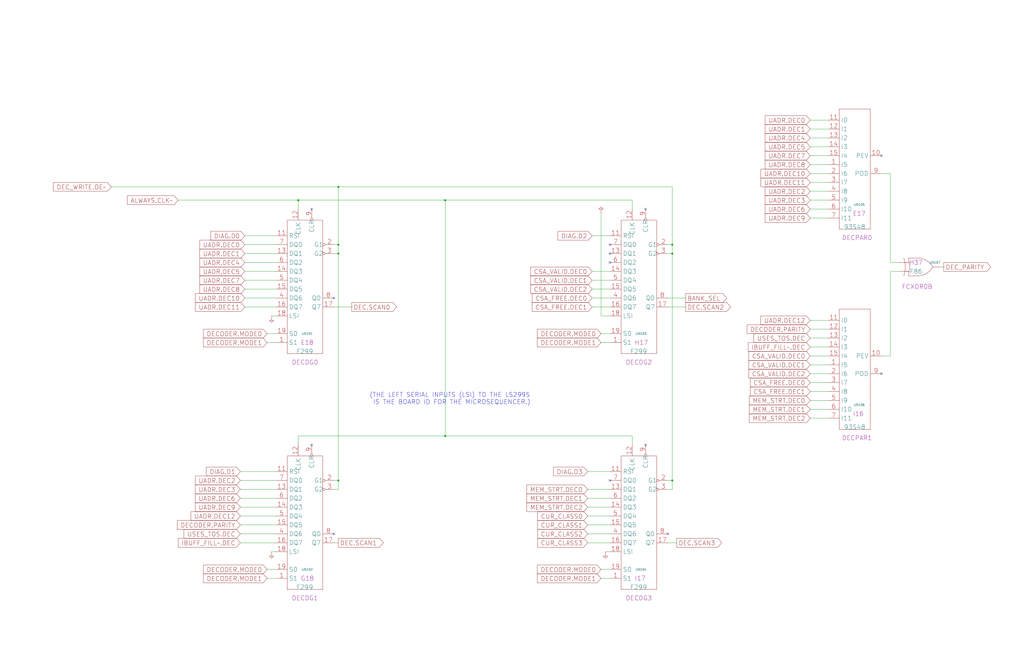
<source format=kicad_sch>
(kicad_sch (version 20230121) (generator eeschema)
  (paper "User" 584.2 378.46)
  (title_block (title "DIAGNOSTIC DECODER INPUT") (date "22-MAY-90") (rev "1.0") (comment 1 "SEQUENCER") (comment 2 "232-003064") (comment 3 "S400") (comment 4 "RELEASED"))
  (lib_symbols
    (symbol "r1000:93S48" (pin_names (offset 1.016))
      (property "Reference" "U" (at 2.54 5.08 0))
      (property "Value" "93S48" (at -6.35 -7.62 0))
      (property "Location" "___" (at -1.27 0 0))
      (property "Name" "______" (at 1.27 -15.24 0))
      (symbol "93S48_1_1"
        (rectangle (start -8.89 59.69) (end 8.89 -8.89))
        (pin input line (at -15.24 27.94 0) (length 6.35) (name "I5") (number "1"))
        (pin output line (at 15.24 33.02 180) (length 6.35) (name "PEV") (number "10"))
        (pin input line (at -15.24 53.34 0) (length 6.35) (name "I0") (number "11"))
        (pin input line (at -15.24 48.26 0) (length 6.35) (name "I1") (number "12"))
        (pin input line (at -15.24 43.18 0) (length 6.35) (name "I2") (number "13"))
        (pin input line (at -15.24 38.1 0) (length 6.35) (name "I3") (number "14"))
        (pin input line (at -15.24 33.02 0) (length 6.35) (name "I4") (number "15"))
        (pin input line (at -15.24 22.86 0) (length 6.35) (name "I6") (number "2"))
        (pin input line (at -15.24 17.78 0) (length 6.35) (name "I7") (number "3"))
        (pin input line (at -15.24 12.7 0) (length 6.35) (name "I8") (number "4"))
        (pin input line (at -15.24 7.62 0) (length 6.35) (name "I9") (number "5"))
        (pin input line (at -15.24 2.54 0) (length 6.35) (name "I10") (number "6"))
        (pin input line (at -15.24 -2.54 0) (length 6.35) (name "I11") (number "7"))
        (pin output line (at 15.24 22.86 180) (length 6.35) (name "POD") (number "9"))
      )
    )
    (symbol "r1000:F299" (pin_names (offset 1.016))
      (property "Reference" "U" (at 2.54 5.08 0))
      (property "Value" "F299" (at -3.81 -5.08 0))
      (property "Location" "___" (at -1.27 0 0))
      (property "Name" "______" (at 1.27 -12.7 0))
      (symbol "F299_1_1"
        (rectangle (start -8.89 69.85) (end 11.43 -6.35))
        (circle (center 5.08 70.485) (radius 0.635))
        (circle (center 12.065 50.8) (radius 0.635))
        (circle (center 12.065 55.88) (radius 0.635))
        (pin input line (at -15.24 0 0) (length 6.35) (name "S1") (number "1"))
        (pin input line (at -15.24 60.96 0) (length 6.35) (name "RSI") (number "11"))
        (pin input line (at -2.54 76.2 270) (length 6.35) (name "CLK") (number "12"))
        (pin bidirectional line (at -15.24 50.8 0) (length 6.35) (name "DQ1") (number "13"))
        (pin bidirectional line (at -15.24 40.64 0) (length 6.35) (name "DQ3") (number "14"))
        (pin bidirectional line (at -15.24 30.48 0) (length 6.35) (name "DQ5") (number "15"))
        (pin bidirectional line (at -15.24 20.32 0) (length 6.35) (name "DQ7") (number "16"))
        (pin output line (at 17.78 20.32 180) (length 6.35) (name "Q7") (number "17"))
        (pin input line (at -15.24 15.24 0) (length 6.35) (name "LSI") (number "18"))
        (pin input line (at -15.24 5.08 0) (length 6.35) (name "S0") (number "19"))
        (pin input line (at 17.78 55.88 180) (length 5.08) (name "G1") (number "2"))
        (pin input line (at 17.78 50.8 180) (length 5.08) (name "G2") (number "3"))
        (pin bidirectional line (at -15.24 25.4 0) (length 6.35) (name "DQ6") (number "4"))
        (pin bidirectional line (at -15.24 35.56 0) (length 6.35) (name "DQ4") (number "5"))
        (pin bidirectional line (at -15.24 45.72 0) (length 6.35) (name "DQ2") (number "6"))
        (pin bidirectional line (at -15.24 55.88 0) (length 6.35) (name "DQ0") (number "7"))
        (pin output line (at 17.78 25.4 180) (length 6.35) (name "Q0") (number "8"))
        (pin input line (at 5.08 76.2 270) (length 5.08) (name "CLR") (number "9"))
      )
    )
    (symbol "r1000:F86" (pin_numbers hide) (pin_names hide)
      (property "Reference" "U" (at 12.7 2.54 0))
      (property "Value" "F86" (at 1.905 -2.54 0))
      (property "Location" "___" (at 1.905 2.54 0))
      (property "Name" "______" (at 2.54 -12.7 0))
      (symbol "F86_0_0"
        (arc (start -5.0873 -5.08) (mid -4.2626 0) (end -5.0873 5.08) (stroke (width 0.1524)))
        (arc (start -2.5473 -5.08) (mid -1.7226 0) (end -2.5473 5.08) (stroke (width 0.1524)))
        (polyline (pts (xy -2.54 -5.08) (xy 3.81 -5.08)) (stroke (width 0.1524)))
        (polyline (pts (xy -2.54 5.08) (xy 3.81 5.08)) (stroke (width 0.1524)))
        (arc (start 3.81 -5.08) (mid 8.2204 -3.4405) (end 11.43 0) (stroke (width 0.1524)))
        (arc (start 11.43 0) (mid 8.2216 3.4424) (end 3.81 5.08) (stroke (width 0.1524)))
      )
      (symbol "F86_0_1"
        (polyline (pts (xy -3.81 -2.54) (xy -1.905 -2.54)) (stroke (width 0.1524)))
        (polyline (pts (xy -3.81 2.54) (xy -1.905 2.54)) (stroke (width 0.1524)))
        (polyline (pts (xy 12.7 0) (xy 11.43 0)) (stroke (width 0.1524)))
      )
      (symbol "F86_1_1"
        (pin input line (at -7.62 2.54 0) (length 5.08) (name "D0") (number "1"))
        (pin input line (at -7.62 -2.54 0) (length 5.08) (name "D1") (number "2"))
        (pin output line (at 15.24 0 180) (length 2.54) (name "Q") (number "3"))
      )
    )
    (symbol "r1000:PD" (power) (pin_numbers hide) (pin_names hide) (in_bom no)
      (symbol "PD_0_1"
        (polyline (pts (xy 0 -2.54) (xy 1.27 -2.54) (xy 0 -3.81) (xy -1.27 -2.54) (xy 0 -2.54)) (stroke (width 0.1524)))
      )
      (symbol "PD_1_1"
        (pin power_in line (at 0 0 270) (length 2.54) (name "PD") (number "1"))
      )
    )
    (symbol "r1000:PU" (power) (pin_numbers hide) (pin_names hide)
      (symbol "PU_0_1"
        (polyline (pts (xy 0 2.54) (xy -1.27 2.54) (xy 0 3.81) (xy 1.27 2.54) (xy 0 2.54)) (stroke (width 0.1524)))
      )
      (symbol "PU_1_1"
        (pin power_in line (at 0 0 90) (length 2.54) (name "PU") (number "1"))
      )
    )
  )
  (junction (at 383.54 139.7))
  (junction (at 170.18 114.3))
  (junction (at 193.04 106.68))
  (junction (at 193.04 274.32))
  (junction (at 193.04 139.7))
  (junction (at 254 114.3))
  (junction (at 254 248.92))
  (junction (at 193.04 144.78))
  (junction (at 383.54 274.32))
  (junction (at 383.54 144.78))
  (no_connect (at 347.98 144.78))
  (no_connect (at 381 304.8))
  (no_connect (at 368.3 119.38))
  (no_connect (at 177.8 119.38))
  (no_connect (at 502.92 88.9))
  (no_connect (at 190.5 170.18))
  (no_connect (at 347.98 149.86))
  (no_connect (at 347.98 274.32))
  (no_connect (at 177.8 254))
  (no_connect (at 368.3 254))
  (no_connect (at 347.98 139.7))
  (no_connect (at 190.5 304.8))
  (no_connect (at 502.92 213.36))
  (wire (pts (xy 154.94 314.96) (xy 157.48 314.96)))
  (wire (pts (xy 462.28 114.3) (xy 472.44 114.3)))
  (wire (pts (xy 139.7 165.1) (xy 157.48 165.1)))
  (wire (pts (xy 462.28 124.46) (xy 472.44 124.46)))
  (wire (pts (xy 381 309.88) (xy 386.08 309.88)))
  (wire (pts (xy 342.9 121.92) (xy 342.9 180.34)))
  (wire (pts (xy 193.04 279.4) (xy 190.5 279.4)))
  (wire (pts (xy 335.28 269.24) (xy 347.98 269.24)))
  (wire (pts (xy 342.9 330.2) (xy 347.98 330.2)))
  (wire (pts (xy 508 203.2) (xy 508 154.94)))
  (wire (pts (xy 462.28 88.9) (xy 472.44 88.9)))
  (wire (pts (xy 154.94 180.34) (xy 157.48 180.34)))
  (wire (pts (xy 502.92 99.06) (xy 508 99.06)))
  (wire (pts (xy 383.54 139.7) (xy 383.54 106.68)))
  (wire (pts (xy 139.7 144.78) (xy 157.48 144.78)))
  (wire (pts (xy 193.04 106.68) (xy 193.04 139.7)))
  (wire (pts (xy 462.28 104.14) (xy 472.44 104.14)))
  (wire (pts (xy 139.7 154.94) (xy 157.48 154.94)))
  (wire (pts (xy 383.54 144.78) (xy 383.54 139.7)))
  (wire (pts (xy 337.82 134.62) (xy 347.98 134.62)))
  (wire (pts (xy 137.16 269.24) (xy 157.48 269.24)))
  (wire (pts (xy 462.28 78.74) (xy 472.44 78.74)))
  (wire (pts (xy 462.28 83.82) (xy 472.44 83.82)))
  (wire (pts (xy 508 154.94) (xy 513.08 154.94)))
  (wire (pts (xy 254 114.3) (xy 254 248.92)))
  (wire (pts (xy 190.5 144.78) (xy 193.04 144.78)))
  (wire (pts (xy 193.04 144.78) (xy 193.04 274.32)))
  (wire (pts (xy 462.28 228.6) (xy 472.44 228.6)))
  (wire (pts (xy 335.28 279.4) (xy 347.98 279.4)))
  (wire (pts (xy 170.18 114.3) (xy 254 114.3)))
  (wire (pts (xy 335.28 294.64) (xy 347.98 294.64)))
  (wire (pts (xy 337.82 154.94) (xy 347.98 154.94)))
  (wire (pts (xy 337.82 160.02) (xy 347.98 160.02)))
  (wire (pts (xy 535.94 152.4) (xy 538.48 152.4)))
  (wire (pts (xy 170.18 254) (xy 170.18 248.92)))
  (wire (pts (xy 342.9 195.58) (xy 347.98 195.58)))
  (wire (pts (xy 139.7 170.18) (xy 157.48 170.18)))
  (wire (pts (xy 347.98 180.34) (xy 342.9 180.34)))
  (wire (pts (xy 462.28 187.96) (xy 472.44 187.96)))
  (wire (pts (xy 342.9 325.12) (xy 347.98 325.12)))
  (wire (pts (xy 137.16 309.88) (xy 157.48 309.88)))
  (wire (pts (xy 335.28 284.48) (xy 347.98 284.48)))
  (wire (pts (xy 152.4 325.12) (xy 157.48 325.12)))
  (wire (pts (xy 335.28 309.88) (xy 347.98 309.88)))
  (wire (pts (xy 508 149.86) (xy 513.08 149.86)))
  (wire (pts (xy 462.28 213.36) (xy 472.44 213.36)))
  (wire (pts (xy 381 175.26) (xy 391.16 175.26)))
  (wire (pts (xy 101.6 114.3) (xy 170.18 114.3)))
  (wire (pts (xy 139.7 134.62) (xy 157.48 134.62)))
  (wire (pts (xy 342.9 190.5) (xy 347.98 190.5)))
  (wire (pts (xy 462.28 73.66) (xy 472.44 73.66)))
  (wire (pts (xy 190.5 274.32) (xy 193.04 274.32)))
  (wire (pts (xy 193.04 106.68) (xy 383.54 106.68)))
  (wire (pts (xy 381 144.78) (xy 383.54 144.78)))
  (wire (pts (xy 137.16 299.72) (xy 157.48 299.72)))
  (wire (pts (xy 254 114.3) (xy 360.68 114.3)))
  (wire (pts (xy 137.16 294.64) (xy 157.48 294.64)))
  (wire (pts (xy 462.28 198.12) (xy 472.44 198.12)))
  (wire (pts (xy 508 99.06) (xy 508 149.86)))
  (wire (pts (xy 137.16 274.32) (xy 157.48 274.32)))
  (wire (pts (xy 502.92 203.2) (xy 508 203.2)))
  (wire (pts (xy 462.28 93.98) (xy 472.44 93.98)))
  (wire (pts (xy 193.04 139.7) (xy 193.04 144.78)))
  (wire (pts (xy 462.28 182.88) (xy 472.44 182.88)))
  (wire (pts (xy 335.28 289.56) (xy 347.98 289.56)))
  (wire (pts (xy 337.82 175.26) (xy 347.98 175.26)))
  (wire (pts (xy 360.68 248.92) (xy 360.68 254)))
  (wire (pts (xy 462.28 218.44) (xy 472.44 218.44)))
  (wire (pts (xy 462.28 208.28) (xy 472.44 208.28)))
  (wire (pts (xy 462.28 68.58) (xy 472.44 68.58)))
  (wire (pts (xy 137.16 279.4) (xy 157.48 279.4)))
  (wire (pts (xy 190.5 175.26) (xy 200.66 175.26)))
  (wire (pts (xy 462.28 238.76) (xy 472.44 238.76)))
  (wire (pts (xy 139.7 160.02) (xy 157.48 160.02)))
  (wire (pts (xy 381 139.7) (xy 383.54 139.7)))
  (wire (pts (xy 193.04 274.32) (xy 193.04 279.4)))
  (wire (pts (xy 462.28 99.06) (xy 472.44 99.06)))
  (wire (pts (xy 462.28 223.52) (xy 472.44 223.52)))
  (wire (pts (xy 139.7 175.26) (xy 157.48 175.26)))
  (wire (pts (xy 137.16 304.8) (xy 157.48 304.8)))
  (wire (pts (xy 137.16 284.48) (xy 157.48 284.48)))
  (wire (pts (xy 337.82 165.1) (xy 347.98 165.1)))
  (wire (pts (xy 139.7 149.86) (xy 157.48 149.86)))
  (wire (pts (xy 335.28 299.72) (xy 347.98 299.72)))
  (wire (pts (xy 462.28 119.38) (xy 472.44 119.38)))
  (wire (pts (xy 152.4 330.2) (xy 157.48 330.2)))
  (wire (pts (xy 383.54 274.32) (xy 383.54 144.78)))
  (wire (pts (xy 381 170.18) (xy 391.16 170.18)))
  (wire (pts (xy 152.4 190.5) (xy 157.48 190.5)))
  (wire (pts (xy 190.5 139.7) (xy 193.04 139.7)))
  (wire (pts (xy 381 279.4) (xy 383.54 279.4)))
  (wire (pts (xy 337.82 170.18) (xy 347.98 170.18)))
  (wire (pts (xy 137.16 289.56) (xy 157.48 289.56)))
  (wire (pts (xy 462.28 233.68) (xy 472.44 233.68)))
  (wire (pts (xy 345.44 314.96) (xy 347.98 314.96)))
  (wire (pts (xy 462.28 203.2) (xy 472.44 203.2)))
  (wire (pts (xy 190.5 309.88) (xy 193.04 309.88)))
  (wire (pts (xy 462.28 109.22) (xy 472.44 109.22)))
  (wire (pts (xy 381 274.32) (xy 383.54 274.32)))
  (wire (pts (xy 360.68 119.38) (xy 360.68 114.3)))
  (wire (pts (xy 383.54 279.4) (xy 383.54 274.32)))
  (wire (pts (xy 152.4 195.58) (xy 157.48 195.58)))
  (wire (pts (xy 170.18 248.92) (xy 254 248.92)))
  (wire (pts (xy 254 248.92) (xy 360.68 248.92)))
  (wire (pts (xy 335.28 304.8) (xy 347.98 304.8)))
  (wire (pts (xy 462.28 193.04) (xy 472.44 193.04)))
  (wire (pts (xy 63.5 106.68) (xy 193.04 106.68)))
  (wire (pts (xy 170.18 114.3) (xy 170.18 119.38)))
  (wire (pts (xy 139.7 139.7) (xy 157.48 139.7)))
  (text "(THE LEFT SERIAL INPUTS (LSI) TO THE LS299S\n IS THE BOARD ID FOR THE MICROSEQUENCER.)" (at 210.82 231.14 0) (effects (font (size 2.54 2.54)) (justify left bottom)))
  (global_label "DECODER.MODE0" (shape input) (at 152.4 190.5 180) (effects (font (size 2.54 2.54))) (property "Intersheetrefs" "${INTERSHEET_REFS}" (at 116.1264 190.3413 0) (effects (font (size 1.905 1.905)) (justify right))))
  (global_label "ALWAYS.CLK~" (shape input) (at 101.6 114.3 180) (effects (font (size 2.54 2.54))) (property "Intersheetrefs" "${INTERSHEET_REFS}" (at 66.5359 114.1413 0) (effects (font (size 1.905 1.905)) (justify right))))
  (global_label "UADR.DEC1" (shape input) (at 462.28 73.66 180) (effects (font (size 2.54 2.54))) (property "Intersheetrefs" "${INTERSHEET_REFS}" (at 436.5292 73.5013 0) (effects (font (size 1.905 1.905)) (justify right))))
  (global_label "UADR.DEC12" (shape input) (at 462.28 182.88 180) (effects (font (size 2.54 2.54))) (property "Intersheetrefs" "${INTERSHEET_REFS}" (at 434.1102 182.7213 0) (effects (font (size 1.905 1.905)) (justify right))))
  (global_label "DEC.SCAN0" (shape output) (at 200.66 175.26 0) (effects (font (size 2.54 2.54))) (property "Intersheetrefs" "${INTERSHEET_REFS}" (at 226.2898 175.1013 0) (effects (font (size 1.905 1.905)) (justify left))))
  (global_label "UADR.DEC5" (shape input) (at 462.28 83.82 180) (effects (font (size 2.54 2.54))) (property "Intersheetrefs" "${INTERSHEET_REFS}" (at 436.5292 83.6613 0) (effects (font (size 1.905 1.905)) (justify right))))
  (global_label "DEC_PARITY" (shape output) (at 538.48 152.4 0) (effects (font (size 2.54 2.54))) (property "Intersheetrefs" "${INTERSHEET_REFS}" (at 565.1984 152.2413 0) (effects (font (size 1.905 1.905)) (justify left))))
  (global_label "UADR.DEC3" (shape input) (at 137.16 279.4 180) (effects (font (size 2.54 2.54))) (property "Intersheetrefs" "${INTERSHEET_REFS}" (at 111.4092 279.2413 0) (effects (font (size 1.905 1.905)) (justify right))))
  (global_label "CUR_CLASS1" (shape input) (at 335.28 299.72 180) (effects (font (size 2.54 2.54))) (property "Intersheetrefs" "${INTERSHEET_REFS}" (at 306.7473 299.5613 0) (effects (font (size 1.905 1.905)) (justify right))))
  (global_label "UADR.DEC10" (shape input) (at 139.7 170.18 180) (effects (font (size 2.54 2.54))) (property "Intersheetrefs" "${INTERSHEET_REFS}" (at 113.9492 170.0213 0) (effects (font (size 1.905 1.905)) (justify right))))
  (global_label "DEC.SCAN1" (shape output) (at 193.04 309.88 0) (effects (font (size 2.54 2.54))) (property "Intersheetrefs" "${INTERSHEET_REFS}" (at 218.6698 309.7213 0) (effects (font (size 1.905 1.905)) (justify left))))
  (global_label "CSA_VALID.DEC0" (shape input) (at 337.82 154.94 180) (effects (font (size 2.54 2.54))) (property "Intersheetrefs" "${INTERSHEET_REFS}" (at 302.7559 154.7813 0) (effects (font (size 1.905 1.905)) (justify right))))
  (global_label "DEC_WRITE.OE~" (shape input) (at 63.5 106.68 180) (effects (font (size 2.54 2.54))) (property "Intersheetrefs" "${INTERSHEET_REFS}" (at 30.4921 106.5213 0) (effects (font (size 1.905 1.905)) (justify right))))
  (global_label "USES_TOS.DEC" (shape input) (at 137.16 304.8 180) (effects (font (size 2.54 2.54))) (property "Intersheetrefs" "${INTERSHEET_REFS}" (at 104.9988 304.6413 0) (effects (font (size 1.905 1.905)) (justify right))))
  (global_label "DECODER.PARITY" (shape input) (at 137.16 299.72 180) (effects (font (size 2.54 2.54))) (property "Intersheetrefs" "${INTERSHEET_REFS}" (at 101.1283 299.5613 0) (effects (font (size 1.905 1.905)) (justify right))))
  (global_label "CSA_FREE.DEC0" (shape input) (at 337.82 170.18 180) (effects (font (size 2.54 2.54))) (property "Intersheetrefs" "${INTERSHEET_REFS}" (at 303.6026 170.0213 0) (effects (font (size 1.905 1.905)) (justify right))))
  (global_label "CUR_CLASS0" (shape input) (at 335.28 294.64 180) (effects (font (size 2.54 2.54))) (property "Intersheetrefs" "${INTERSHEET_REFS}" (at 306.7473 294.4813 0) (effects (font (size 1.905 1.905)) (justify right))))
  (global_label "DECODER.MODE1" (shape input) (at 152.4 195.58 180) (effects (font (size 2.54 2.54))) (property "Intersheetrefs" "${INTERSHEET_REFS}" (at 116.1264 195.4213 0) (effects (font (size 1.905 1.905)) (justify right))))
  (global_label "DECODER.MODE0" (shape input) (at 342.9 190.5 180) (effects (font (size 2.54 2.54))) (property "Intersheetrefs" "${INTERSHEET_REFS}" (at 306.6264 190.3413 0) (effects (font (size 1.905 1.905)) (justify right))))
  (global_label "UADR.DEC4" (shape input) (at 139.7 149.86 180) (effects (font (size 2.54 2.54))) (property "Intersheetrefs" "${INTERSHEET_REFS}" (at 113.9492 149.7013 0) (effects (font (size 1.905 1.905)) (justify right))))
  (global_label "UADR.DEC0" (shape input) (at 462.28 68.58 180) (effects (font (size 2.54 2.54))) (property "Intersheetrefs" "${INTERSHEET_REFS}" (at 436.5292 68.4213 0) (effects (font (size 1.905 1.905)) (justify right))))
  (global_label "UADR.DEC1" (shape input) (at 139.7 144.78 180) (effects (font (size 2.54 2.54))) (property "Intersheetrefs" "${INTERSHEET_REFS}" (at 113.9492 144.6213 0) (effects (font (size 1.905 1.905)) (justify right))))
  (global_label "UADR.DEC2" (shape input) (at 137.16 274.32 180) (effects (font (size 2.54 2.54))) (property "Intersheetrefs" "${INTERSHEET_REFS}" (at 111.4092 274.1613 0) (effects (font (size 1.905 1.905)) (justify right))))
  (global_label "UADR.DEC8" (shape input) (at 139.7 165.1 180) (effects (font (size 2.54 2.54))) (property "Intersheetrefs" "${INTERSHEET_REFS}" (at 113.9492 164.9413 0) (effects (font (size 1.905 1.905)) (justify right))))
  (global_label "UADR.DEC5" (shape input) (at 139.7 154.94 180) (effects (font (size 2.54 2.54))) (property "Intersheetrefs" "${INTERSHEET_REFS}" (at 113.9492 154.7813 0) (effects (font (size 1.905 1.905)) (justify right))))
  (global_label "DIAG.D1" (shape input) (at 137.16 269.24 180) (effects (font (size 2.54 2.54))) (property "Intersheetrefs" "${INTERSHEET_REFS}" (at 117.6988 269.0813 0) (effects (font (size 1.905 1.905)) (justify right))))
  (global_label "UADR.DEC12" (shape input) (at 137.16 294.64 180) (effects (font (size 2.54 2.54))) (property "Intersheetrefs" "${INTERSHEET_REFS}" (at 108.9902 294.4813 0) (effects (font (size 1.905 1.905)) (justify right))))
  (global_label "CSA_VALID.DEC0" (shape input) (at 462.28 203.2 180) (effects (font (size 2.54 2.54))) (property "Intersheetrefs" "${INTERSHEET_REFS}" (at 427.2159 203.0413 0) (effects (font (size 1.905 1.905)) (justify right))))
  (global_label "CSA_VALID.DEC1" (shape input) (at 462.28 208.28 180) (effects (font (size 2.54 2.54))) (property "Intersheetrefs" "${INTERSHEET_REFS}" (at 427.2159 208.1213 0) (effects (font (size 1.905 1.905)) (justify right))))
  (global_label "MEM_STRT.DEC0" (shape input) (at 335.28 279.4 180) (effects (font (size 2.54 2.54))) (property "Intersheetrefs" "${INTERSHEET_REFS}" (at 300.5788 279.2413 0) (effects (font (size 1.905 1.905)) (justify right))))
  (global_label "CSA_VALID.DEC2" (shape input) (at 462.28 213.36 180) (effects (font (size 2.54 2.54))) (property "Intersheetrefs" "${INTERSHEET_REFS}" (at 427.2159 213.2013 0) (effects (font (size 1.905 1.905)) (justify right))))
  (global_label "BANK_SEL" (shape output) (at 391.16 170.18 0) (effects (font (size 2.54 2.54))) (property "Intersheetrefs" "${INTERSHEET_REFS}" (at 414.6127 170.0213 0) (effects (font (size 1.905 1.905)) (justify left))))
  (global_label "CSA_VALID.DEC2" (shape input) (at 337.82 165.1 180) (effects (font (size 2.54 2.54))) (property "Intersheetrefs" "${INTERSHEET_REFS}" (at 302.7559 164.9413 0) (effects (font (size 1.905 1.905)) (justify right))))
  (global_label "DIAG.D0" (shape input) (at 139.7 134.62 180) (effects (font (size 2.54 2.54))) (property "Intersheetrefs" "${INTERSHEET_REFS}" (at 120.2388 134.4613 0) (effects (font (size 1.905 1.905)) (justify right))))
  (global_label "UADR.DEC3" (shape input) (at 462.28 114.3 180) (effects (font (size 2.54 2.54))) (property "Intersheetrefs" "${INTERSHEET_REFS}" (at 436.5292 114.1413 0) (effects (font (size 1.905 1.905)) (justify right))))
  (global_label "DECODER.MODE0" (shape input) (at 342.9 325.12 180) (effects (font (size 2.54 2.54))) (property "Intersheetrefs" "${INTERSHEET_REFS}" (at 306.6264 324.9613 0) (effects (font (size 1.905 1.905)) (justify right))))
  (global_label "DIAG.D2" (shape input) (at 337.82 134.62 180) (effects (font (size 2.54 2.54))) (property "Intersheetrefs" "${INTERSHEET_REFS}" (at 318.3588 134.4613 0) (effects (font (size 1.905 1.905)) (justify right))))
  (global_label "UADR.DEC6" (shape input) (at 137.16 284.48 180) (effects (font (size 2.54 2.54))) (property "Intersheetrefs" "${INTERSHEET_REFS}" (at 111.4092 284.3213 0) (effects (font (size 1.905 1.905)) (justify right))))
  (global_label "DECODER.PARITY" (shape input) (at 462.28 187.96 180) (effects (font (size 2.54 2.54))) (property "Intersheetrefs" "${INTERSHEET_REFS}" (at 426.2483 187.8013 0) (effects (font (size 1.905 1.905)) (justify right))))
  (global_label "MEM_STRT.DEC1" (shape input) (at 462.28 233.68 180) (effects (font (size 2.54 2.54))) (property "Intersheetrefs" "${INTERSHEET_REFS}" (at 427.5788 233.5213 0) (effects (font (size 1.905 1.905)) (justify right))))
  (global_label "UADR.DEC0" (shape input) (at 139.7 139.7 180) (effects (font (size 2.54 2.54))) (property "Intersheetrefs" "${INTERSHEET_REFS}" (at 113.9492 139.5413 0) (effects (font (size 1.905 1.905)) (justify right))))
  (global_label "DEC.SCAN3" (shape output) (at 386.08 309.88 0) (effects (font (size 2.54 2.54))) (property "Intersheetrefs" "${INTERSHEET_REFS}" (at 411.7098 309.7213 0) (effects (font (size 1.905 1.905)) (justify left))))
  (global_label "UADR.DEC8" (shape input) (at 462.28 93.98 180) (effects (font (size 2.54 2.54))) (property "Intersheetrefs" "${INTERSHEET_REFS}" (at 436.5292 93.8213 0) (effects (font (size 1.905 1.905)) (justify right))))
  (global_label "DECODER.MODE1" (shape input) (at 342.9 195.58 180) (effects (font (size 2.54 2.54))) (property "Intersheetrefs" "${INTERSHEET_REFS}" (at 306.6264 195.4213 0) (effects (font (size 1.905 1.905)) (justify right))))
  (global_label "MEM_STRT.DEC0" (shape input) (at 462.28 228.6 180) (effects (font (size 2.54 2.54))) (property "Intersheetrefs" "${INTERSHEET_REFS}" (at 427.5788 228.4413 0) (effects (font (size 1.905 1.905)) (justify right))))
  (global_label "UADR.DEC2" (shape input) (at 462.28 109.22 180) (effects (font (size 2.54 2.54))) (property "Intersheetrefs" "${INTERSHEET_REFS}" (at 436.5292 109.0613 0) (effects (font (size 1.905 1.905)) (justify right))))
  (global_label "UADR.DEC11" (shape input) (at 462.28 104.14 180) (effects (font (size 2.54 2.54))) (property "Intersheetrefs" "${INTERSHEET_REFS}" (at 436.5292 103.9813 0) (effects (font (size 1.905 1.905)) (justify right))))
  (global_label "USES_TOS.DEC" (shape input) (at 462.28 193.04 180) (effects (font (size 2.54 2.54))) (property "Intersheetrefs" "${INTERSHEET_REFS}" (at 430.1188 192.8813 0) (effects (font (size 1.905 1.905)) (justify right))))
  (global_label "UADR.DEC6" (shape input) (at 462.28 119.38 180) (effects (font (size 2.54 2.54))) (property "Intersheetrefs" "${INTERSHEET_REFS}" (at 436.5292 119.2213 0) (effects (font (size 1.905 1.905)) (justify right))))
  (global_label "UADR.DEC4" (shape input) (at 462.28 78.74 180) (effects (font (size 2.54 2.54))) (property "Intersheetrefs" "${INTERSHEET_REFS}" (at 436.5292 78.5813 0) (effects (font (size 1.905 1.905)) (justify right))))
  (global_label "CSA_VALID.DEC1" (shape input) (at 337.82 160.02 180) (effects (font (size 2.54 2.54))) (property "Intersheetrefs" "${INTERSHEET_REFS}" (at 302.7559 159.8613 0) (effects (font (size 1.905 1.905)) (justify right))))
  (global_label "UADR.DEC7" (shape input) (at 139.7 160.02 180) (effects (font (size 2.54 2.54))) (property "Intersheetrefs" "${INTERSHEET_REFS}" (at 113.9492 159.8613 0) (effects (font (size 1.905 1.905)) (justify right))))
  (global_label "CSA_FREE.DEC1" (shape input) (at 462.28 223.52 180) (effects (font (size 2.54 2.54))) (property "Intersheetrefs" "${INTERSHEET_REFS}" (at 428.0626 223.3613 0) (effects (font (size 1.905 1.905)) (justify right))))
  (global_label "CSA_FREE.DEC0" (shape input) (at 462.28 218.44 180) (effects (font (size 2.54 2.54))) (property "Intersheetrefs" "${INTERSHEET_REFS}" (at 428.0626 218.2813 0) (effects (font (size 1.905 1.905)) (justify right))))
  (global_label "DEC.SCAN2" (shape output) (at 391.16 175.26 0) (effects (font (size 2.54 2.54))) (property "Intersheetrefs" "${INTERSHEET_REFS}" (at 416.7898 175.1013 0) (effects (font (size 1.905 1.905)) (justify left))))
  (global_label "UADR.DEC10" (shape input) (at 462.28 99.06 180) (effects (font (size 2.54 2.54))) (property "Intersheetrefs" "${INTERSHEET_REFS}" (at 436.5292 98.9013 0) (effects (font (size 1.905 1.905)) (justify right))))
  (global_label "MEM_STRT.DEC1" (shape input) (at 335.28 284.48 180) (effects (font (size 2.54 2.54))) (property "Intersheetrefs" "${INTERSHEET_REFS}" (at 300.5788 284.3213 0) (effects (font (size 1.905 1.905)) (justify right))))
  (global_label "IBUFF_FILL~.DEC" (shape input) (at 462.28 198.12 180) (effects (font (size 2.54 2.54))) (property "Intersheetrefs" "${INTERSHEET_REFS}" (at 426.853 197.9613 0) (effects (font (size 1.905 1.905)) (justify right))))
  (global_label "UADR.DEC9" (shape input) (at 137.16 289.56 180) (effects (font (size 2.54 2.54))) (property "Intersheetrefs" "${INTERSHEET_REFS}" (at 111.4092 289.4013 0) (effects (font (size 1.905 1.905)) (justify right))))
  (global_label "UADR.DEC9" (shape input) (at 462.28 124.46 180) (effects (font (size 2.54 2.54))) (property "Intersheetrefs" "${INTERSHEET_REFS}" (at 436.5292 124.3013 0) (effects (font (size 1.905 1.905)) (justify right))))
  (global_label "DECODER.MODE1" (shape input) (at 152.4 330.2 180) (effects (font (size 2.54 2.54))) (property "Intersheetrefs" "${INTERSHEET_REFS}" (at 116.1264 330.0413 0) (effects (font (size 1.905 1.905)) (justify right))))
  (global_label "CSA_FREE.DEC1" (shape input) (at 337.82 175.26 180) (effects (font (size 2.54 2.54))) (property "Intersheetrefs" "${INTERSHEET_REFS}" (at 303.6026 175.1013 0) (effects (font (size 1.905 1.905)) (justify right))))
  (global_label "MEM_STRT.DEC2" (shape input) (at 462.28 238.76 180) (effects (font (size 2.54 2.54))) (property "Intersheetrefs" "${INTERSHEET_REFS}" (at 427.5788 238.6013 0) (effects (font (size 1.905 1.905)) (justify right))))
  (global_label "UADR.DEC7" (shape input) (at 462.28 88.9 180) (effects (font (size 2.54 2.54))) (property "Intersheetrefs" "${INTERSHEET_REFS}" (at 436.5292 88.7413 0) (effects (font (size 1.905 1.905)) (justify right))))
  (global_label "DECODER.MODE0" (shape input) (at 152.4 325.12 180) (effects (font (size 2.54 2.54))) (property "Intersheetrefs" "${INTERSHEET_REFS}" (at 116.1264 324.9613 0) (effects (font (size 1.905 1.905)) (justify right))))
  (global_label "IBUFF_FILL~.DEC" (shape input) (at 137.16 309.88 180) (effects (font (size 2.54 2.54))) (property "Intersheetrefs" "${INTERSHEET_REFS}" (at 101.733 309.7213 0) (effects (font (size 1.905 1.905)) (justify right))))
  (global_label "MEM_STRT.DEC2" (shape input) (at 335.28 289.56 180) (effects (font (size 2.54 2.54))) (property "Intersheetrefs" "${INTERSHEET_REFS}" (at 300.5788 289.4013 0) (effects (font (size 1.905 1.905)) (justify right))))
  (global_label "CUR_CLASS3" (shape input) (at 335.28 309.88 180) (effects (font (size 2.54 2.54))) (property "Intersheetrefs" "${INTERSHEET_REFS}" (at 306.7473 309.7213 0) (effects (font (size 1.905 1.905)) (justify right))))
  (global_label "DECODER.MODE1" (shape input) (at 342.9 330.2 180) (effects (font (size 2.54 2.54))) (property "Intersheetrefs" "${INTERSHEET_REFS}" (at 306.6264 330.0413 0) (effects (font (size 1.905 1.905)) (justify right))))
  (global_label "UADR.DEC11" (shape input) (at 139.7 175.26 180) (effects (font (size 2.54 2.54))) (property "Intersheetrefs" "${INTERSHEET_REFS}" (at 113.9492 175.1013 0) (effects (font (size 1.905 1.905)) (justify right))))
  (global_label "DIAG.D3" (shape input) (at 335.28 269.24 180) (effects (font (size 2.54 2.54))) (property "Intersheetrefs" "${INTERSHEET_REFS}" (at 315.8188 269.0813 0) (effects (font (size 1.905 1.905)) (justify right))))
  (global_label "CUR_CLASS2" (shape input) (at 335.28 304.8 180) (effects (font (size 2.54 2.54))) (property "Intersheetrefs" "${INTERSHEET_REFS}" (at 306.7473 304.6413 0) (effects (font (size 1.905 1.905)) (justify right))))
  (symbol (lib_id "r1000:F86") (at 520.7 152.4 0) (unit 1)
    (property "Reference" "U5107" (at 533.4 149.86 0))
    (property "Value" "F86" (at 522.605 154.94 0) (effects (font (size 2.54 2.54))))
    (property "Location" "H37" (at 522.605 149.86 0) (effects (font (size 2.54 2.54))))
    (property "Name" "FCXOR0B" (at 523.24 165.1 0) (effects (font (size 2.54 2.54)) (justify bottom)))
  )
  (symbol (lib_id "r1000:PD") (at 345.44 314.96 0) (unit 1) (in_bom no)
    (property "Reference" "#PWR05105" (effects hide))
    (property "Value" "PD" (effects hide))
  )
  (symbol (lib_id "r1000:PD") (at 154.94 314.96 0) (unit 1) (in_bom no)
    (property "Reference" "#PWR0120" (effects hide))
    (property "Value" "PD" (effects hide))
  )
  (symbol (lib_id "r1000:F299") (at 363.22 330.2 0) (unit 1)
    (property "Reference" "U5104" (at 365.76 325.12 0))
    (property "Value" "F299" (at 359.41 335.28 0) (effects (font (size 2.54 2.54)) (justify left)))
    (property "Location" "I17" (at 361.95 330.2 0) (effects (font (size 2.54 2.54)) (justify left)))
    (property "Name" "DECDG3" (at 364.49 342.9 0) (effects (font (size 2.54 2.54)) (justify bottom)))
  )
  (symbol (lib_id "r1000:F299") (at 363.22 195.58 0) (unit 1)
    (property "Reference" "U5103" (at 365.76 190.5 0))
    (property "Value" "F299" (at 359.41 200.66 0) (effects (font (size 2.54 2.54)) (justify left)))
    (property "Location" "H17" (at 361.95 195.58 0) (effects (font (size 2.54 2.54)) (justify left)))
    (property "Name" "DECDG2" (at 364.49 208.28 0) (effects (font (size 2.54 2.54)) (justify bottom)))
  )
  (symbol (lib_id "r1000:93S48") (at 487.68 236.22 0) (unit 1)
    (property "Reference" "U5106" (at 490.22 231.14 0))
    (property "Value" "93S48" (at 481.33 243.84 0) (effects (font (size 2.54 2.54)) (justify left)))
    (property "Location" "I16" (at 486.41 236.22 0) (effects (font (size 2.54 2.54)) (justify left)))
    (property "Name" "DECPAR1" (at 488.95 251.46 0) (effects (font (size 2.54 2.54)) (justify bottom)))
  )
  (symbol (lib_id "r1000:F299") (at 172.72 195.58 0) (unit 1)
    (property "Reference" "U5101" (at 175.26 190.5 0))
    (property "Value" "F299" (at 168.91 200.66 0) (effects (font (size 2.54 2.54)) (justify left)))
    (property "Location" "E18" (at 171.45 195.58 0) (effects (font (size 2.54 2.54)) (justify left)))
    (property "Name" "DECDG0" (at 173.99 208.28 0) (effects (font (size 2.54 2.54)) (justify bottom)))
  )
  (symbol (lib_id "r1000:F299") (at 172.72 330.2 0) (unit 1)
    (property "Reference" "U5102" (at 175.26 325.12 0))
    (property "Value" "F299" (at 168.91 335.28 0) (effects (font (size 2.54 2.54)) (justify left)))
    (property "Location" "G18" (at 171.45 330.2 0) (effects (font (size 2.54 2.54)) (justify left)))
    (property "Name" "DECDG1" (at 173.99 342.9 0) (effects (font (size 2.54 2.54)) (justify bottom)))
  )
  (symbol (lib_id "r1000:PD") (at 154.94 180.34 0) (unit 1) (in_bom no)
    (property "Reference" "#PWR05101" (effects hide))
    (property "Value" "PD" (effects hide))
  )
  (symbol (lib_id "r1000:PU") (at 342.9 121.92 0) (unit 1)
    (property "Reference" "#PWR05104" (effects hide))
    (property "Value" "PU" (effects hide))
  )
  (symbol (lib_id "r1000:93S48") (at 487.68 121.92 0) (unit 1)
    (property "Reference" "U5105" (at 490.22 116.84 0))
    (property "Value" "93S48" (at 481.33 129.54 0) (effects (font (size 2.54 2.54)) (justify left)))
    (property "Location" "E17" (at 486.41 121.92 0) (effects (font (size 2.54 2.54)) (justify left)))
    (property "Name" "DECPAR0" (at 488.95 137.16 0) (effects (font (size 2.54 2.54)) (justify bottom)))
  )
)
</source>
